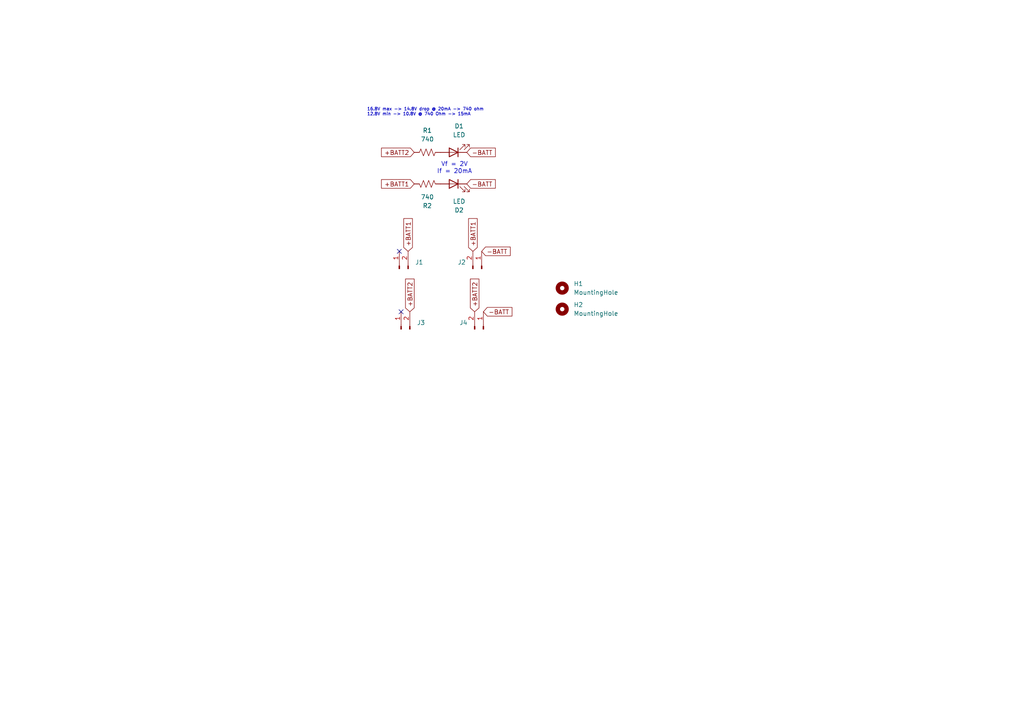
<source format=kicad_sch>
(kicad_sch (version 20231120) (generator "eeschema") (generator_version "8.0")
  (paper "A4")
  (lib_symbols
    (symbol "Connector:Conn_01x02_Pin" (pin_names (offset 1.016) hide)
      (property "Reference" "J" (at 0 2.54 0))
      (property "Value" "Conn_01x02_Pin" (at 0 -5.08 0))
      (symbol "Conn_01x02_Pin_1_1"
        (polyline (pts (xy 1.27 -2.54) (xy 0.8636 -2.54)) (stroke (width 0.1524)))
        (polyline (pts (xy 1.27 0) (xy 0.8636 0)) (stroke (width 0.1524)))
        (rectangle (start 0.8636 -2.413) (end 0 -2.667) (stroke (width 0.1524)) (fill (type outline)))
        (rectangle (start 0.8636 0.127) (end 0 -0.127) (stroke (width 0.1524)) (fill (type outline)))
        (pin passive line (at 5.08 0 180) (length 3.81) (name "Pin_1") (number "1"))
        (pin passive line (at 5.08 -2.54 180) (length 3.81) (name "Pin_2") (number "2"))
      )
    )
    (symbol "Device:LED" (pin_numbers hide) (pin_names (offset 1.016) hide)
      (property "Reference" "D" (at 0 2.54 0))
      (property "Value" "LED" (at 0 -2.54 0))
      (symbol "LED_0_1"
        (polyline (pts (xy -1.27 -1.27) (xy -1.27 1.27)) (stroke (width 0.254)))
        (polyline (pts (xy -1.27 0) (xy 1.27 0)))
        (polyline (pts (xy 1.27 -1.27) (xy 1.27 1.27) (xy -1.27 0) (xy 1.27 -1.27)) (stroke (width 0.254)))
        (polyline (pts (xy -3.048 -0.762) (xy -4.572 -2.286) (xy -3.81 -2.286) (xy -4.572 -2.286) (xy -4.572 -1.524)))
        (polyline (pts (xy -1.778 -0.762) (xy -3.302 -2.286) (xy -2.54 -2.286) (xy -3.302 -2.286) (xy -3.302 -1.524)))
      )
      (symbol "LED_1_1"
        (pin passive line (at -3.81 0 0) (length 2.54) (name "K") (number "1"))
        (pin passive line (at 3.81 0 180) (length 2.54) (name "A") (number "2"))
      )
    )
    (symbol "Device:R_US" (pin_numbers hide) (pin_names (offset 0))
      (property "Reference" "R" (at 2.54 0 90))
      (property "Value" "R_US" (at -2.54 0 90))
      (symbol "R_US_0_1"
        (polyline (pts (xy 0 -2.286) (xy 0 -2.54)))
        (polyline (pts (xy 0 2.286) (xy 0 2.54)))
        (polyline (pts (xy 0 -0.762) (xy 1.016 -1.143) (xy 0 -1.524) (xy -1.016 -1.905) (xy 0 -2.286)))
        (polyline (pts (xy 0 0.762) (xy 1.016 0.381) (xy 0 0) (xy -1.016 -0.381) (xy 0 -0.762)))
        (polyline (pts (xy 0 2.286) (xy 1.016 1.905) (xy 0 1.524) (xy -1.016 1.143) (xy 0 0.762)))
      )
      (symbol "R_US_1_1"
        (pin passive line (at 0 3.81 270) (length 1.27) (name "~") (number "1"))
        (pin passive line (at 0 -3.81 90) (length 1.27) (name "~") (number "2"))
      )
    )
    (symbol "Mechanical:MountingHole" (pin_names (offset 1.016)) (exclude_from_sim yes) (in_bom no)
      (property "Reference" "H" (at 0 5.08 0))
      (property "Value" "MountingHole" (at 0 3.175 0))
      (symbol "MountingHole_0_1"
        (circle (center 0 0) (radius 1.27) (stroke (width 1.27)))
      )
    )
  )
  (no_connect (at 115.824 72.898))
  (no_connect (at 116.332 90.424))
  (text "16.8V max -> 14.8V drop @ 20mA -> 740 ohm\n12.8V min -> 10.8V @ 740 Ohm -> 15mA" (at 106.426 32.512 0) (effects (font (size 0.889 0.889)) (justify left)))
  (text "Vf = 2V\nIf = 20mA" (at 131.826 48.768 0) (effects (font (size 1.27 1.27))))
  (global_label "+BATT2" (shape input) (at 118.872 90.424 90) (property "Intersheetrefs" "${INTERSHEET_REFS}" (effects (hide yes))))
  (global_label "+BATT1" (shape input) (at 118.364 72.898 90) (property "Intersheetrefs" "${INTERSHEET_REFS}" (effects (hide yes))))
  (global_label "+BATT2" (shape input) (at 137.668 90.424 90) (property "Intersheetrefs" "${INTERSHEET_REFS}" (effects (hide yes))))
  (global_label "+BATT1" (shape input) (at 137.16 72.898 90) (property "Intersheetrefs" "${INTERSHEET_REFS}" (effects (hide yes))))
  (global_label "+BATT1" (shape input) (at 120.142 53.34 180) (property "Intersheetrefs" "${INTERSHEET_REFS}" (effects (hide yes))))
  (global_label "-BATT" (shape input) (at 135.382 44.196 0) (property "Intersheetrefs" "${INTERSHEET_REFS}" (effects (hide yes))))
  (global_label "-BATT" (shape input) (at 135.382 53.34 0) (property "Intersheetrefs" "${INTERSHEET_REFS}" (effects (hide yes))))
  (global_label "-BATT" (shape input) (at 140.208 90.424 0) (property "Intersheetrefs" "${INTERSHEET_REFS}" (effects (hide yes))))
  (global_label "-BATT" (shape input) (at 139.7 72.898 0) (property "Intersheetrefs" "${INTERSHEET_REFS}" (effects (hide yes))))
  (global_label "+BATT2" (shape input) (at 120.142 44.196 180) (property "Intersheetrefs" "${INTERSHEET_REFS}" (effects (hide yes))))
  (symbol (lib_id "Mechanical:MountingHole") (at 163.068 89.662 0) (unit 1) (exclude_from_sim yes) (in_bom no)
    (property "Reference" "H2" (at 166.37 88.3919 0) (effects (justify left)))
    (property "Value" "MountingHole" (at 166.37 90.9319 0) (effects (justify left)))
    (property "Footprint" "MountingHole:MountingHole_3.2mm_M3" (effects (hide yes)))
    (property "Description" "Mounting Hole without connection" (effects (hide yes)))
  )
  (symbol (lib_id "Device:R_US") (at 123.952 53.34 90) (mirror x) (unit 1)
    (property "Reference" "R2" (at 123.952 59.69 90))
    (property "Value" "740" (at 123.952 57.15 90))
    (property "Footprint" "Resistor_SMD:R_0805_2012Metric_Pad1.20x1.40mm_HandSolder" (effects (hide yes)))
    (property "Description" "Resistor, US symbol" (effects (hide yes)))
  )
  (symbol (lib_id "Mechanical:MountingHole") (at 163.068 83.566 0) (unit 1) (exclude_from_sim yes) (in_bom no)
    (property "Reference" "H1" (at 166.37 82.2959 0) (effects (justify left)))
    (property "Value" "MountingHole" (at 166.37 84.8359 0) (effects (justify left)))
    (property "Footprint" "MountingHole:MountingHole_3.2mm_M3" (effects (hide yes)))
    (property "Description" "Mounting Hole without connection" (effects (hide yes)))
  )
  (symbol (lib_id "Device:R_US") (at 123.952 44.196 90) (unit 1)
    (property "Reference" "R1" (at 123.952 37.846 90))
    (property "Value" "740" (at 123.952 40.386 90))
    (property "Footprint" "Resistor_SMD:R_0805_2012Metric_Pad1.20x1.40mm_HandSolder" (effects (hide yes)))
    (property "Description" "Resistor, US symbol" (effects (hide yes)))
  )
  (symbol (lib_id "Device:LED") (at 131.572 53.34 0) (mirror y) (unit 1)
    (property "Reference" "D2" (at 133.1595 60.96 0))
    (property "Value" "LED" (at 133.1595 58.42 0))
    (property "Footprint" "LED_THT:LED_D4.0mm" (effects (hide yes)))
    (property "Description" "Light emitting diode" (effects (hide yes)))
    (property "Supplier 1" "https://www.digikey.com/en/products/detail/liteon/LTL1CHKRKNN/573558" (effects (hide yes)))
    (property "Supplier 1 S/N" "160-1661-ND" (effects (hide yes)))
  )
  (symbol (lib_id "Device:LED") (at 131.572 44.196 180) (unit 1)
    (property "Reference" "D1" (at 133.1595 36.576 0))
    (property "Value" "LED" (at 133.1595 39.116 0))
    (property "Footprint" "LED_THT:LED_D4.0mm" (effects (hide yes)))
    (property "Description" "Light emitting diode" (effects (hide yes)))
    (property "Supplier 1" "https://www.digikey.com/en/products/detail/liteon/LTL1CHKRKNN/573558" (effects (hide yes)))
    (property "Supplier 1 S/N" "160-1661-ND" (effects (hide yes)))
  )
  (symbol (lib_id "Connector:Conn_01x02_Pin") (at 140.208 95.504 270) (mirror x) (unit 1)
    (property "Reference" "J4" (at 135.636 93.5989 90) (effects (justify right)))
    (property "Value" "Conn_01x02_Pin" (effects (hide yes)))
    (property "Footprint" "Connector_AMASS:AMASS_XT60-F_1x02_P7.20mm_Vertical" (effects (hide yes)))
    (property "Description" "Generic connector, single row, 01x02, script generated" (effects (hide yes)))
  )
  (symbol (lib_id "Connector:Conn_01x02_Pin") (at 139.7 77.978 270) (mirror x) (unit 1)
    (property "Reference" "J2" (at 135.128 76.0729 90) (effects (justify right)))
    (property "Value" "Conn_01x02_Pin" (effects (hide yes)))
    (property "Footprint" "Connector_AMASS:AMASS_XT60-F_1x02_P7.20mm_Vertical" (effects (hide yes)))
    (property "Description" "Generic connector, single row, 01x02, script generated" (effects (hide yes)))
  )
  (symbol (lib_id "Connector:Conn_01x02_Pin") (at 115.824 77.978 90) (unit 1)
    (property "Reference" "J1" (at 120.396 76.0729 90) (effects (justify right)))
    (property "Value" "Conn_01x02_Pin" (effects (hide yes)))
    (property "Footprint" "Connector_AMASS:AMASS_XT60-M_1x02_P7.20mm_Vertical" (effects (hide yes)))
    (property "Description" "Generic connector, single row, 01x02, script generated" (effects (hide yes)))
  )
  (symbol (lib_id "Connector:Conn_01x02_Pin") (at 116.332 95.504 90) (unit 1)
    (property "Reference" "J3" (at 120.904 93.5989 90) (effects (justify right)))
    (property "Value" "Conn_01x02_Pin" (effects (hide yes)))
    (property "Footprint" "Connector_AMASS:AMASS_XT60-M_1x02_P7.20mm_Vertical" (effects (hide yes)))
    (property "Description" "Generic connector, single row, 01x02, script generated" (effects (hide yes)))
  )
)
</source>
